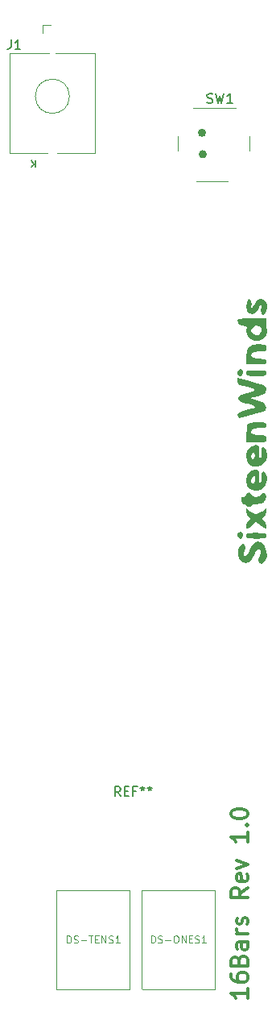
<source format=gbr>
%TF.GenerationSoftware,KiCad,Pcbnew,(6.0.10)*%
%TF.CreationDate,2023-01-09T12:33:07-08:00*%
%TF.ProjectId,16Bars,31364261-7273-42e6-9b69-6361645f7063,rev?*%
%TF.SameCoordinates,Original*%
%TF.FileFunction,Legend,Top*%
%TF.FilePolarity,Positive*%
%FSLAX46Y46*%
G04 Gerber Fmt 4.6, Leading zero omitted, Abs format (unit mm)*
G04 Created by KiCad (PCBNEW (6.0.10)) date 2023-01-09 12:33:07*
%MOMM*%
%LPD*%
G01*
G04 APERTURE LIST*
%ADD10C,0.300000*%
%ADD11C,0.100000*%
%ADD12C,0.150000*%
%ADD13C,0.120000*%
%ADD14C,0.446881*%
G04 APERTURE END LIST*
D10*
X82579666Y-137482333D02*
X82579666Y-138482333D01*
X82579666Y-137982333D02*
X80829666Y-137982333D01*
X81079666Y-138149000D01*
X81246333Y-138315666D01*
X81329666Y-138482333D01*
X80829666Y-135982333D02*
X80829666Y-136315666D01*
X80913000Y-136482333D01*
X80996333Y-136565666D01*
X81246333Y-136732333D01*
X81579666Y-136815666D01*
X82246333Y-136815666D01*
X82413000Y-136732333D01*
X82496333Y-136649000D01*
X82579666Y-136482333D01*
X82579666Y-136149000D01*
X82496333Y-135982333D01*
X82413000Y-135899000D01*
X82246333Y-135815666D01*
X81829666Y-135815666D01*
X81663000Y-135899000D01*
X81579666Y-135982333D01*
X81496333Y-136149000D01*
X81496333Y-136482333D01*
X81579666Y-136649000D01*
X81663000Y-136732333D01*
X81829666Y-136815666D01*
X81663000Y-134482333D02*
X81746333Y-134232333D01*
X81829666Y-134149000D01*
X81996333Y-134065666D01*
X82246333Y-134065666D01*
X82413000Y-134149000D01*
X82496333Y-134232333D01*
X82579666Y-134399000D01*
X82579666Y-135065666D01*
X80829666Y-135065666D01*
X80829666Y-134482333D01*
X80913000Y-134315666D01*
X80996333Y-134232333D01*
X81163000Y-134149000D01*
X81329666Y-134149000D01*
X81496333Y-134232333D01*
X81579666Y-134315666D01*
X81663000Y-134482333D01*
X81663000Y-135065666D01*
X82579666Y-132565666D02*
X81663000Y-132565666D01*
X81496333Y-132649000D01*
X81413000Y-132815666D01*
X81413000Y-133149000D01*
X81496333Y-133315666D01*
X82496333Y-132565666D02*
X82579666Y-132732333D01*
X82579666Y-133149000D01*
X82496333Y-133315666D01*
X82329666Y-133399000D01*
X82163000Y-133399000D01*
X81996333Y-133315666D01*
X81913000Y-133149000D01*
X81913000Y-132732333D01*
X81829666Y-132565666D01*
X82579666Y-131732333D02*
X81413000Y-131732333D01*
X81746333Y-131732333D02*
X81579666Y-131649000D01*
X81496333Y-131565666D01*
X81413000Y-131399000D01*
X81413000Y-131232333D01*
X82496333Y-130732333D02*
X82579666Y-130565666D01*
X82579666Y-130232333D01*
X82496333Y-130065666D01*
X82329666Y-129982333D01*
X82246333Y-129982333D01*
X82079666Y-130065666D01*
X81996333Y-130232333D01*
X81996333Y-130482333D01*
X81913000Y-130649000D01*
X81746333Y-130732333D01*
X81663000Y-130732333D01*
X81496333Y-130649000D01*
X81413000Y-130482333D01*
X81413000Y-130232333D01*
X81496333Y-130065666D01*
X82579666Y-126899000D02*
X81746333Y-127482333D01*
X82579666Y-127899000D02*
X80829666Y-127899000D01*
X80829666Y-127232333D01*
X80913000Y-127065666D01*
X80996333Y-126982333D01*
X81163000Y-126899000D01*
X81413000Y-126899000D01*
X81579666Y-126982333D01*
X81663000Y-127065666D01*
X81746333Y-127232333D01*
X81746333Y-127899000D01*
X82496333Y-125482333D02*
X82579666Y-125649000D01*
X82579666Y-125982333D01*
X82496333Y-126149000D01*
X82329666Y-126232333D01*
X81663000Y-126232333D01*
X81496333Y-126149000D01*
X81413000Y-125982333D01*
X81413000Y-125649000D01*
X81496333Y-125482333D01*
X81663000Y-125399000D01*
X81829666Y-125399000D01*
X81996333Y-126232333D01*
X81413000Y-124815666D02*
X82579666Y-124399000D01*
X81413000Y-123982333D01*
X82579666Y-121065666D02*
X82579666Y-122065666D01*
X82579666Y-121565666D02*
X80829666Y-121565666D01*
X81079666Y-121732333D01*
X81246333Y-121899000D01*
X81329666Y-122065666D01*
X82413000Y-120315666D02*
X82496333Y-120232333D01*
X82579666Y-120315666D01*
X82496333Y-120399000D01*
X82413000Y-120315666D01*
X82579666Y-120315666D01*
X80829666Y-119149000D02*
X80829666Y-118982333D01*
X80913000Y-118815666D01*
X80996333Y-118732333D01*
X81163000Y-118649000D01*
X81496333Y-118565666D01*
X81913000Y-118565666D01*
X82246333Y-118649000D01*
X82413000Y-118732333D01*
X82496333Y-118815666D01*
X82579666Y-118982333D01*
X82579666Y-119149000D01*
X82496333Y-119315666D01*
X82413000Y-119399000D01*
X82246333Y-119482333D01*
X81913000Y-119565666D01*
X81496333Y-119565666D01*
X81163000Y-119482333D01*
X80996333Y-119399000D01*
X80913000Y-119315666D01*
X80829666Y-119149000D01*
D11*
%TO.C,DS-ONES1*%
X72402857Y-132649285D02*
X72402857Y-131899285D01*
X72581428Y-131899285D01*
X72688571Y-131935000D01*
X72760000Y-132006428D01*
X72795714Y-132077857D01*
X72831428Y-132220714D01*
X72831428Y-132327857D01*
X72795714Y-132470714D01*
X72760000Y-132542142D01*
X72688571Y-132613571D01*
X72581428Y-132649285D01*
X72402857Y-132649285D01*
X73117142Y-132613571D02*
X73224285Y-132649285D01*
X73402857Y-132649285D01*
X73474285Y-132613571D01*
X73510000Y-132577857D01*
X73545714Y-132506428D01*
X73545714Y-132435000D01*
X73510000Y-132363571D01*
X73474285Y-132327857D01*
X73402857Y-132292142D01*
X73260000Y-132256428D01*
X73188571Y-132220714D01*
X73152857Y-132185000D01*
X73117142Y-132113571D01*
X73117142Y-132042142D01*
X73152857Y-131970714D01*
X73188571Y-131935000D01*
X73260000Y-131899285D01*
X73438571Y-131899285D01*
X73545714Y-131935000D01*
X73867142Y-132363571D02*
X74438571Y-132363571D01*
X74938571Y-131899285D02*
X75081428Y-131899285D01*
X75152857Y-131935000D01*
X75224285Y-132006428D01*
X75260000Y-132149285D01*
X75260000Y-132399285D01*
X75224285Y-132542142D01*
X75152857Y-132613571D01*
X75081428Y-132649285D01*
X74938571Y-132649285D01*
X74867142Y-132613571D01*
X74795714Y-132542142D01*
X74760000Y-132399285D01*
X74760000Y-132149285D01*
X74795714Y-132006428D01*
X74867142Y-131935000D01*
X74938571Y-131899285D01*
X75581428Y-132649285D02*
X75581428Y-131899285D01*
X76010000Y-132649285D01*
X76010000Y-131899285D01*
X76367142Y-132256428D02*
X76617142Y-132256428D01*
X76724285Y-132649285D02*
X76367142Y-132649285D01*
X76367142Y-131899285D01*
X76724285Y-131899285D01*
X77010000Y-132613571D02*
X77117142Y-132649285D01*
X77295714Y-132649285D01*
X77367142Y-132613571D01*
X77402857Y-132577857D01*
X77438571Y-132506428D01*
X77438571Y-132435000D01*
X77402857Y-132363571D01*
X77367142Y-132327857D01*
X77295714Y-132292142D01*
X77152857Y-132256428D01*
X77081428Y-132220714D01*
X77045714Y-132185000D01*
X77010000Y-132113571D01*
X77010000Y-132042142D01*
X77045714Y-131970714D01*
X77081428Y-131935000D01*
X77152857Y-131899285D01*
X77331428Y-131899285D01*
X77438571Y-131935000D01*
X78152857Y-132649285D02*
X77724285Y-132649285D01*
X77938571Y-132649285D02*
X77938571Y-131899285D01*
X77867142Y-132006428D01*
X77795714Y-132077857D01*
X77724285Y-132113571D01*
%TO.C,DS-TENS1*%
X63544000Y-132673285D02*
X63544000Y-131923285D01*
X63722571Y-131923285D01*
X63829714Y-131959000D01*
X63901142Y-132030428D01*
X63936857Y-132101857D01*
X63972571Y-132244714D01*
X63972571Y-132351857D01*
X63936857Y-132494714D01*
X63901142Y-132566142D01*
X63829714Y-132637571D01*
X63722571Y-132673285D01*
X63544000Y-132673285D01*
X64258285Y-132637571D02*
X64365428Y-132673285D01*
X64544000Y-132673285D01*
X64615428Y-132637571D01*
X64651142Y-132601857D01*
X64686857Y-132530428D01*
X64686857Y-132459000D01*
X64651142Y-132387571D01*
X64615428Y-132351857D01*
X64544000Y-132316142D01*
X64401142Y-132280428D01*
X64329714Y-132244714D01*
X64294000Y-132209000D01*
X64258285Y-132137571D01*
X64258285Y-132066142D01*
X64294000Y-131994714D01*
X64329714Y-131959000D01*
X64401142Y-131923285D01*
X64579714Y-131923285D01*
X64686857Y-131959000D01*
X65008285Y-132387571D02*
X65579714Y-132387571D01*
X65829714Y-131923285D02*
X66258285Y-131923285D01*
X66044000Y-132673285D02*
X66044000Y-131923285D01*
X66508285Y-132280428D02*
X66758285Y-132280428D01*
X66865428Y-132673285D02*
X66508285Y-132673285D01*
X66508285Y-131923285D01*
X66865428Y-131923285D01*
X67186857Y-132673285D02*
X67186857Y-131923285D01*
X67615428Y-132673285D01*
X67615428Y-131923285D01*
X67936857Y-132637571D02*
X68044000Y-132673285D01*
X68222571Y-132673285D01*
X68294000Y-132637571D01*
X68329714Y-132601857D01*
X68365428Y-132530428D01*
X68365428Y-132459000D01*
X68329714Y-132387571D01*
X68294000Y-132351857D01*
X68222571Y-132316142D01*
X68079714Y-132280428D01*
X68008285Y-132244714D01*
X67972571Y-132209000D01*
X67936857Y-132137571D01*
X67936857Y-132066142D01*
X67972571Y-131994714D01*
X68008285Y-131959000D01*
X68079714Y-131923285D01*
X68258285Y-131923285D01*
X68365428Y-131959000D01*
X69079714Y-132673285D02*
X68651142Y-132673285D01*
X68865428Y-132673285D02*
X68865428Y-131923285D01*
X68794000Y-132030428D01*
X68722571Y-132101857D01*
X68651142Y-132137571D01*
D12*
%TO.C,SW1*%
X78284866Y-44357361D02*
X78427723Y-44404980D01*
X78665819Y-44404980D01*
X78761057Y-44357361D01*
X78808676Y-44309742D01*
X78856295Y-44214504D01*
X78856295Y-44119266D01*
X78808676Y-44024028D01*
X78761057Y-43976409D01*
X78665819Y-43928790D01*
X78475342Y-43881171D01*
X78380104Y-43833552D01*
X78332485Y-43785933D01*
X78284866Y-43690695D01*
X78284866Y-43595457D01*
X78332485Y-43500219D01*
X78380104Y-43452600D01*
X78475342Y-43404980D01*
X78713438Y-43404980D01*
X78856295Y-43452600D01*
X79189628Y-43404980D02*
X79427723Y-44404980D01*
X79618200Y-43690695D01*
X79808676Y-44404980D01*
X80046771Y-43404980D01*
X80951533Y-44404980D02*
X80380104Y-44404980D01*
X80665819Y-44404980D02*
X80665819Y-43404980D01*
X80570580Y-43547838D01*
X80475342Y-43643076D01*
X80380104Y-43690695D01*
%TO.C,J1*%
X57636666Y-37752380D02*
X57636666Y-38466666D01*
X57589047Y-38609523D01*
X57493809Y-38704761D01*
X57350952Y-38752380D01*
X57255714Y-38752380D01*
X58636666Y-38752380D02*
X58065238Y-38752380D01*
X58350952Y-38752380D02*
X58350952Y-37752380D01*
X58255714Y-37895238D01*
X58160476Y-37990476D01*
X58065238Y-38038095D01*
%TO.C,REF\u002A\u002A*%
X69166666Y-117252380D02*
X68833333Y-116776190D01*
X68595238Y-117252380D02*
X68595238Y-116252380D01*
X68976190Y-116252380D01*
X69071428Y-116300000D01*
X69119047Y-116347619D01*
X69166666Y-116442857D01*
X69166666Y-116585714D01*
X69119047Y-116680952D01*
X69071428Y-116728571D01*
X68976190Y-116776190D01*
X68595238Y-116776190D01*
X69595238Y-116728571D02*
X69928571Y-116728571D01*
X70071428Y-117252380D02*
X69595238Y-117252380D01*
X69595238Y-116252380D01*
X70071428Y-116252380D01*
X70833333Y-116728571D02*
X70500000Y-116728571D01*
X70500000Y-117252380D02*
X70500000Y-116252380D01*
X70976190Y-116252380D01*
X71500000Y-116252380D02*
X71500000Y-116490476D01*
X71261904Y-116395238D02*
X71500000Y-116490476D01*
X71738095Y-116395238D01*
X71357142Y-116680952D02*
X71500000Y-116490476D01*
X71642857Y-116680952D01*
X72261904Y-116252380D02*
X72261904Y-116490476D01*
X72023809Y-116395238D02*
X72261904Y-116490476D01*
X72500000Y-116395238D01*
X72119047Y-116680952D02*
X72261904Y-116490476D01*
X72404761Y-116680952D01*
%TO.C,D1*%
X60188571Y-50424285D02*
X60188571Y-51144285D01*
X59777142Y-50424285D02*
X60085714Y-50835714D01*
X59777142Y-51144285D02*
X60188571Y-50732857D01*
D13*
%TO.C,DS-ONES1*%
X71399200Y-127128400D02*
X71399200Y-137491600D01*
X79120800Y-137517000D02*
X79120800Y-127103000D01*
X71437300Y-137517000D02*
X79082700Y-137517000D01*
X79082700Y-127103000D02*
X71437300Y-127103000D01*
%TO.C,DS-TENS1*%
X62399200Y-127128400D02*
X62399200Y-137491600D01*
X70120800Y-137517000D02*
X70120800Y-127103000D01*
X62437300Y-137517000D02*
X70082700Y-137517000D01*
X70082700Y-127103000D02*
X62437300Y-127103000D01*
%TO.C,SW1*%
X77129000Y-52639400D02*
X80431000Y-52639400D01*
X81309400Y-44943200D02*
X76809400Y-44943200D01*
X82742400Y-49401600D02*
X82742400Y-47901600D01*
X75198600Y-47888200D02*
X75198600Y-49388200D01*
D14*
X77962040Y-47534000D02*
G75*
G03*
X77962040Y-47534000I-223440J0D01*
G01*
X78038240Y-49794600D02*
G75*
G03*
X78038240Y-49794600I-223440J0D01*
G01*
%TO.C,G\u002A\u002A\u002A*%
G36*
X83291909Y-69424570D02*
G01*
X83205461Y-69407563D01*
X82707428Y-69158012D01*
X82449481Y-68735441D01*
X82430774Y-68408301D01*
X82939650Y-68408301D01*
X83086694Y-68632953D01*
X83378419Y-68844796D01*
X83637490Y-68790499D01*
X83820748Y-68632653D01*
X84013918Y-68421144D01*
X84038398Y-68257265D01*
X83966562Y-68051056D01*
X83756891Y-67855089D01*
X83431945Y-67828248D01*
X83122128Y-67963378D01*
X83005619Y-68103787D01*
X82939650Y-68408301D01*
X82430774Y-68408301D01*
X82425944Y-68323841D01*
X82438489Y-67981152D01*
X82315151Y-67832898D01*
X82023853Y-67781359D01*
X81667738Y-67681720D01*
X81522455Y-67438083D01*
X81515377Y-67396131D01*
X81505778Y-67242191D01*
X81565171Y-67143499D01*
X81746740Y-67087781D01*
X82103668Y-67062765D01*
X82689140Y-67056177D01*
X82989484Y-67055953D01*
X84511904Y-67055953D01*
X84511904Y-67572754D01*
X84530405Y-67986665D01*
X84575213Y-68281815D01*
X84578046Y-68290909D01*
X84577159Y-68580874D01*
X84506509Y-68834640D01*
X84228064Y-69170604D01*
X83780972Y-69385841D01*
X83378419Y-69417719D01*
X83291909Y-69424570D01*
G37*
G36*
X84123627Y-77953161D02*
G01*
X84391726Y-78003466D01*
X84497323Y-78116317D01*
X84511904Y-78244048D01*
X84471193Y-78426952D01*
X84299143Y-78517224D01*
X83920881Y-78545468D01*
X83772128Y-78546429D01*
X83236036Y-78594293D01*
X82964602Y-78749031D01*
X82933858Y-79027362D01*
X82959275Y-79113393D01*
X83151365Y-79237013D01*
X83584506Y-79298182D01*
X83768551Y-79302381D01*
X84212487Y-79315126D01*
X84432211Y-79379772D01*
X84505641Y-79535939D01*
X84511904Y-79680357D01*
X84496119Y-79878613D01*
X84404615Y-79991664D01*
X84171170Y-80043404D01*
X83729563Y-80057728D01*
X83464370Y-80058334D01*
X82416836Y-80058334D01*
X82416836Y-79191468D01*
X82443173Y-78683237D01*
X82511059Y-78286580D01*
X82575740Y-78133134D01*
X82825302Y-78017867D01*
X83298273Y-77951871D01*
X83623274Y-77941667D01*
X84123627Y-77953161D01*
G37*
G36*
X84511904Y-87373264D02*
G01*
X84414496Y-87726216D01*
X84247321Y-87912615D01*
X84065309Y-88050790D01*
X84129987Y-88181587D01*
X84247321Y-88276974D01*
X84409532Y-88498541D01*
X84507310Y-88794120D01*
X84514905Y-89043617D01*
X84430187Y-89129762D01*
X84266534Y-89048353D01*
X83967752Y-88847628D01*
X83901020Y-88798949D01*
X83453571Y-88468135D01*
X83006122Y-88798949D01*
X82692850Y-89015693D01*
X82493847Y-89126164D01*
X82476955Y-89129762D01*
X82386811Y-89015250D01*
X82408912Y-88751775D01*
X82517506Y-88459431D01*
X82659821Y-88276974D01*
X82841833Y-88106346D01*
X82777155Y-87987081D01*
X82659821Y-87912615D01*
X82455132Y-87649744D01*
X82395238Y-87373264D01*
X82395238Y-86992505D01*
X82834351Y-87305181D01*
X83176991Y-87515578D01*
X83433846Y-87616361D01*
X83453571Y-87617857D01*
X83689756Y-87535976D01*
X84028961Y-87335777D01*
X84072791Y-87305181D01*
X84511904Y-86992505D01*
X84511904Y-87373264D01*
G37*
G36*
X84068154Y-90627162D02*
G01*
X84370473Y-90981902D01*
X84554677Y-91471718D01*
X84575979Y-92013634D01*
X84561205Y-92099985D01*
X84396051Y-92462753D01*
X84222755Y-92670764D01*
X83999716Y-92834409D01*
X83842011Y-92778113D01*
X83748929Y-92674276D01*
X83625445Y-92411140D01*
X83727251Y-92143346D01*
X83877793Y-91775133D01*
X83888152Y-91447635D01*
X83762234Y-91260441D01*
X83692082Y-91246429D01*
X83508736Y-91376178D01*
X83331031Y-91696349D01*
X83301924Y-91776977D01*
X83020752Y-92372113D01*
X82653423Y-92690474D01*
X82317416Y-92758334D01*
X81917544Y-92629493D01*
X81642225Y-92297764D01*
X81515195Y-91845338D01*
X81560189Y-91354405D01*
X81787404Y-90923000D01*
X82012082Y-90694355D01*
X82155446Y-90692996D01*
X82239387Y-90792857D01*
X82325874Y-91104315D01*
X82300901Y-91246429D01*
X82140639Y-91698202D01*
X82124798Y-91930188D01*
X82254747Y-91989002D01*
X82322434Y-91979834D01*
X82551096Y-91811012D01*
X82748495Y-91467871D01*
X82766285Y-91418509D01*
X83017632Y-90937519D01*
X83363897Y-90602111D01*
X83692504Y-90490477D01*
X84068154Y-90627162D01*
G37*
G36*
X84225579Y-69791008D02*
G01*
X84438412Y-69859421D01*
X84507020Y-70023923D01*
X84511904Y-70155357D01*
X84486840Y-70381088D01*
X84359703Y-70492812D01*
X84052573Y-70530149D01*
X83768551Y-70533334D01*
X83269103Y-70571207D01*
X82991986Y-70675903D01*
X82959275Y-70722322D01*
X82936418Y-71032439D01*
X83148562Y-71214995D01*
X83619675Y-71286710D01*
X83772128Y-71289286D01*
X84219604Y-71305927D01*
X84440455Y-71376252D01*
X84509552Y-71530865D01*
X84511904Y-71591667D01*
X84482949Y-71751519D01*
X84352693Y-71842609D01*
X84056046Y-71883813D01*
X83527922Y-71894007D01*
X83469207Y-71894048D01*
X82426511Y-71894048D01*
X82416632Y-71067040D01*
X82470705Y-70449010D01*
X82679016Y-70054728D01*
X83084076Y-69844264D01*
X83728393Y-69777688D01*
X83789593Y-69777381D01*
X84225579Y-69791008D01*
G37*
G36*
X82041797Y-72555368D02*
G01*
X82092857Y-72810114D01*
X81980246Y-73058234D01*
X81806651Y-73103572D01*
X81519897Y-72996468D01*
X81424869Y-72754087D01*
X81566054Y-72496848D01*
X81844166Y-72396890D01*
X82041797Y-72555368D01*
G37*
G36*
X84461590Y-85468203D02*
G01*
X84520727Y-85748232D01*
X84464254Y-86078219D01*
X84298643Y-86346296D01*
X84219463Y-86403014D01*
X83852727Y-86518393D01*
X83463510Y-86559524D01*
X83140772Y-86602451D01*
X83000206Y-86706192D01*
X83000000Y-86710715D01*
X82873370Y-86833554D01*
X82697619Y-86861905D01*
X82451939Y-86798590D01*
X82395238Y-86710715D01*
X82272780Y-86576582D01*
X82168452Y-86559524D01*
X81967156Y-86484450D01*
X81941666Y-86420699D01*
X81891795Y-86167325D01*
X81849895Y-86042723D01*
X81860598Y-85851597D01*
X82076681Y-85803572D01*
X82335561Y-85712767D01*
X82395238Y-85576786D01*
X82521284Y-85392093D01*
X82697619Y-85350000D01*
X82943876Y-85444535D01*
X83000000Y-85576786D01*
X83134437Y-85757304D01*
X83437395Y-85803572D01*
X83791650Y-85730929D01*
X83961817Y-85576786D01*
X84163872Y-85375660D01*
X84280373Y-85350000D01*
X84461590Y-85468203D01*
G37*
G36*
X82520269Y-84596243D02*
G01*
X82395386Y-84074233D01*
X82395238Y-84054082D01*
X82405887Y-84006254D01*
X82895077Y-84006254D01*
X82898985Y-84204348D01*
X83054438Y-84427467D01*
X83203846Y-84384257D01*
X83294377Y-84107127D01*
X83302380Y-83956888D01*
X83288333Y-83639857D01*
X83215584Y-83580688D01*
X83054920Y-83718379D01*
X82895077Y-84006254D01*
X82405887Y-84006254D01*
X82514520Y-83518356D01*
X82830549Y-83121910D01*
X83280599Y-82936430D01*
X83377976Y-82930953D01*
X83601323Y-82955082D01*
X83713356Y-83078749D01*
X83752083Y-83378869D01*
X83755952Y-83695828D01*
X83783040Y-84177498D01*
X83865248Y-84367266D01*
X83921380Y-84358463D01*
X84020154Y-84149716D01*
X84012547Y-83867754D01*
X83981020Y-83415193D01*
X84066258Y-83156689D01*
X84229122Y-83125237D01*
X84430469Y-83353837D01*
X84487636Y-83467233D01*
X84616046Y-83776900D01*
X84637858Y-84008657D01*
X84547024Y-84299799D01*
X84439905Y-84550982D01*
X84126539Y-84973193D01*
X83704915Y-85171090D01*
X83248011Y-85162407D01*
X83054438Y-85071197D01*
X82828803Y-84964880D01*
X82520269Y-84596243D01*
G37*
G36*
X82811011Y-73646378D02*
G01*
X83542232Y-73847918D01*
X84029784Y-73993022D01*
X84320938Y-74107650D01*
X84462963Y-74217763D01*
X84503130Y-74349319D01*
X84488710Y-74528278D01*
X84484232Y-74565268D01*
X84416787Y-74810784D01*
X84236366Y-74979393D01*
X83868693Y-75124873D01*
X83604761Y-75202035D01*
X82773214Y-75433721D01*
X83604761Y-75684662D01*
X84090050Y-75851123D01*
X84352171Y-76011602D01*
X84464307Y-76220194D01*
X84484232Y-76334733D01*
X84453400Y-76665316D01*
X84333042Y-76799870D01*
X83962289Y-76912218D01*
X83449237Y-77054778D01*
X82878980Y-77205580D01*
X82336611Y-77342655D01*
X81907224Y-77444032D01*
X81675913Y-77487741D01*
X81667439Y-77488096D01*
X81520911Y-77362019D01*
X81488095Y-77191542D01*
X81512185Y-77042858D01*
X81618923Y-76924280D01*
X81860008Y-76812693D01*
X82287142Y-76684983D01*
X82952024Y-76518039D01*
X83044838Y-76495577D01*
X83314596Y-76404893D01*
X83348707Y-76306697D01*
X83128823Y-76185349D01*
X82636598Y-76025208D01*
X82421211Y-75963952D01*
X81906942Y-75794631D01*
X81639013Y-75630260D01*
X81563690Y-75443072D01*
X81637650Y-75261650D01*
X81893864Y-75096444D01*
X82383837Y-74917292D01*
X82546428Y-74867526D01*
X83021233Y-74720709D01*
X83270144Y-74611909D01*
X83278350Y-74516076D01*
X83031043Y-74408160D01*
X82513416Y-74263112D01*
X82130654Y-74164222D01*
X81716977Y-74027789D01*
X81528266Y-73860832D01*
X81488095Y-73641209D01*
X81488095Y-73283358D01*
X82811011Y-73646378D01*
G37*
G36*
X84009757Y-72506968D02*
G01*
X84328389Y-72543757D01*
X84474121Y-72627651D01*
X84511609Y-72777121D01*
X84511904Y-72801191D01*
X84483351Y-72960101D01*
X84354589Y-73051139D01*
X84060961Y-73092777D01*
X83537814Y-73103487D01*
X83453571Y-73103572D01*
X82897384Y-73095414D01*
X82578753Y-73058625D01*
X82433021Y-72974731D01*
X82395533Y-72825260D01*
X82395238Y-72801191D01*
X82423791Y-72642280D01*
X82552553Y-72551243D01*
X82846180Y-72509605D01*
X83369328Y-72498894D01*
X83453571Y-72498810D01*
X84009757Y-72506968D01*
G37*
G36*
X82488834Y-81996476D02*
G01*
X82395238Y-81494643D01*
X82924404Y-81494643D01*
X83013597Y-81759478D01*
X83113392Y-81834822D01*
X83260416Y-81760398D01*
X83302380Y-81494643D01*
X83244522Y-81200280D01*
X83113392Y-81154465D01*
X82953094Y-81338714D01*
X82924404Y-81494643D01*
X82395238Y-81494643D01*
X82513283Y-80952209D01*
X82827422Y-80553067D01*
X83277655Y-80366445D01*
X83377976Y-80360715D01*
X83601323Y-80384844D01*
X83713356Y-80508511D01*
X83752083Y-80808631D01*
X83755952Y-81125590D01*
X83783040Y-81607260D01*
X83865248Y-81797028D01*
X83921380Y-81788225D01*
X84020154Y-81579477D01*
X84012547Y-81297516D01*
X83981020Y-80844955D01*
X84066258Y-80586451D01*
X84229122Y-80554999D01*
X84430469Y-80783599D01*
X84487636Y-80896995D01*
X84638911Y-81336331D01*
X84606671Y-81691183D01*
X84488510Y-81948215D01*
X84113443Y-82395524D01*
X83656907Y-82609046D01*
X83187938Y-82603740D01*
X83113392Y-82565926D01*
X82775569Y-82394564D01*
X82488834Y-81996476D01*
G37*
G36*
X82041797Y-89639892D02*
G01*
X82092857Y-89894637D01*
X81980246Y-90142758D01*
X81806651Y-90188096D01*
X81519897Y-90080992D01*
X81424869Y-89838610D01*
X81566054Y-89581372D01*
X81844166Y-89481414D01*
X82041797Y-89639892D01*
G37*
G36*
X84276751Y-65103661D02*
G01*
X84421711Y-65266705D01*
X84613656Y-65605676D01*
X84625443Y-65911219D01*
X84512916Y-66246732D01*
X84308000Y-66580356D01*
X84113122Y-66648225D01*
X83979795Y-66484109D01*
X83959530Y-66121774D01*
X83999263Y-65910010D01*
X84031220Y-65615542D01*
X83948813Y-65555455D01*
X83799816Y-65708898D01*
X83632007Y-66055018D01*
X83625348Y-66073215D01*
X83374526Y-66475084D01*
X83054892Y-66627132D01*
X82737660Y-66547542D01*
X82494043Y-66254499D01*
X82395254Y-65766186D01*
X82395238Y-65759108D01*
X82452256Y-65376097D01*
X82589115Y-65113173D01*
X82754520Y-65024278D01*
X82897178Y-65163352D01*
X82915118Y-65212408D01*
X82947574Y-65579370D01*
X82911657Y-65749534D01*
X82865371Y-65971460D01*
X82948438Y-65987423D01*
X83106564Y-65831683D01*
X83285456Y-65538502D01*
X83302380Y-65502978D01*
X83592051Y-65103725D01*
X83935153Y-64966754D01*
X84276751Y-65103661D01*
G37*
G36*
X84009757Y-89591492D02*
G01*
X84328389Y-89628281D01*
X84474121Y-89712174D01*
X84511609Y-89861645D01*
X84511904Y-89885715D01*
X84483351Y-90044625D01*
X84354589Y-90135663D01*
X84060961Y-90177300D01*
X83537814Y-90188011D01*
X83453571Y-90188096D01*
X82897384Y-90179938D01*
X82578753Y-90143148D01*
X82433021Y-90059255D01*
X82395533Y-89909784D01*
X82395238Y-89885715D01*
X82423791Y-89726804D01*
X82552553Y-89635767D01*
X82846180Y-89594129D01*
X83369328Y-89583418D01*
X83453571Y-89583334D01*
X84009757Y-89591492D01*
G37*
D13*
%TO.C,J1*%
X63800000Y-43700000D02*
G75*
G03*
X63800000Y-43700000I-1800000J0D01*
G01*
X66500000Y-39200000D02*
X62350000Y-39200000D01*
X66500000Y-39200000D02*
X66500000Y-49700000D01*
X61650000Y-39200000D02*
X57500000Y-39200000D01*
X60940000Y-36220000D02*
X60940000Y-37020000D01*
X60940000Y-36220000D02*
X61800000Y-36220000D01*
X66500000Y-49700000D02*
X62500000Y-49700000D01*
X57500000Y-39200000D02*
X57500000Y-49700000D01*
X61500000Y-49700000D02*
X57500000Y-49700000D01*
%TD*%
M02*

</source>
